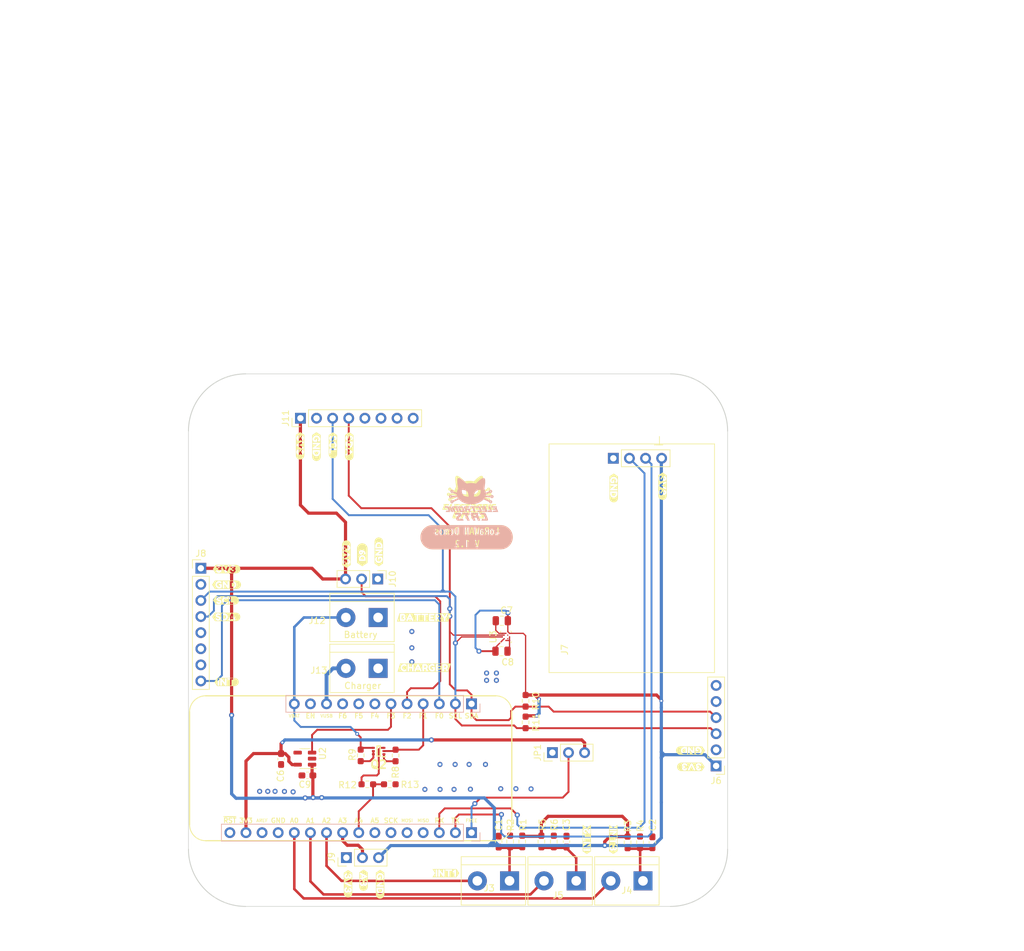
<source format=kicad_pcb>
(kicad_pcb (version 20211014) (generator pcbnew)
  (layers (0 "F.Cu" signal) (31 "B.Cu" signal) (34 "B.Paste" user) (35 "F.Paste" user) (36 "B.SilkS" user "B.Silkscreen") (37 "F.SilkS" user "F.Silkscreen") (38 "B.Mask" user) (39 "F.Mask" user) (44 "Edge.Cuts" user))
  (net 0 "")
  (net 1 "/IN+")
  (net 6 "/A4")
  (net 7 "/A3")
  (net 8 "/IN3+")
  (net 9 "/IN2+")
  (net 10 "GND")
  (net 11 "/IN-")
  (net 12 "+3V3")
  (net 14 "/BOOT")
  (net 15 "/RST")
  (net 16 "/D10")
  (net 17 "/D11")
  (net 18 "/IN3-")
  (net 19 "/IN2-")
  (net 22 "/D13")
  (net 26 "VBUS")
  (net 27 "+BATT")
  (net 28 "/SCL")
  (net 29 "/SDA")
  (net 30 "/RX")
  (net 31 "/TX")
  (net 32 "/INT")
  (net 33 "/D9")
  (net 34 "/EN")
  (net 38 "+3.3VP")
  (net 39 "/D12")
  (net 40 "Net-(Q2-Pad5)")
  (net 41 "Net-(Q2-Pad3)")
  (net 42 "/VCC_EN")
  (footprint "kibuzzard-61FC2F42" (layer "F.Cu") (at 112 83.9 -90)
    (fp_text reference "kibuzzard-61FC2F42" hide)
    (fp_text value "G***" hide)
  )
  (footprint "Capacitor_SMD:C_0805_2012Metric" (layer "F.Cu") (at 143.8 111.5 180)
    (fp_text reference "C7")
    (fp_text value "100nF")
  )
  (footprint "Resistor_SMD:R_0603_1608Metric_Pad0.98x0.95mm_HandSolder" (layer "F.Cu") (at 147.5486 124.1298 90)
    (fp_text reference "R10")
    (fp_text value "4.7K")
  )
  (footprint "Resistor_SMD:R_0603_1608Metric_Pad0.98x0.95mm_HandSolder" (layer "F.Cu") (at 145.11 146.31 90)
    (fp_text reference "R2")
    (fp_text value "10K")
  )
  (footprint "Capacitor_SMD:C_0603_1608Metric_Pad1.08x0.95mm_HandSolder" (layer "F.Cu") (at 113.15 135.9 180)
    (fp_text reference "C9")
    (fp_text value "0.1 uF")
  )
  (footprint "Resistor_SMD:R_0603_1608Metric_Pad0.98x0.95mm_HandSolder" (layer "F.Cu") (at 126.1375 137.3)
    (fp_text reference "R13")
    (fp_text value "180k")
  )
  (footprint "Connector_PinHeader_2.54mm:PinHeader_1x03_P2.54mm_Vertical" (layer "F.Cu") (at 119.2934 148.8694 90)
    (fp_text reference "J9")
    (fp_text value "Maxsonar")
  )
  (footprint "kibuzzard-61FC2F50" (layer "F.Cu") (at 114.575 84.025 -90)
    (fp_text reference "kibuzzard-61FC2F50" hide)
    (fp_text value "G***" hide)
  )
  (footprint "kibuzzard-61FC2F50" (layer "F.Cu") (at 161.4424 90.551 -90)
    (fp_text reference "kibuzzard-61FC2F50" hide)
    (fp_text value "G***" hide)
  )
  (footprint "kibuzzard-61FC2E76" (layer "F.Cu") (at 124.6124 153.0604 -90)
    (fp_text reference "kibuzzard-61FC2E76" hide)
    (fp_text value "G***" hide)
  )
  (footprint "kibuzzard-61FC30A8" (layer "F.Cu") (at 117.175 83.825 -90)
    (fp_text reference "kibuzzard-61FC30A8" hide)
    (fp_text value "G***" hide)
  )
  (footprint "Aesthetics:electronic_cats_logo_8x6" (layer "F.Cu") (at 138.6586 91.9988)
    (fp_text reference "G***" hide)
    (fp_text value "LOGO" hide)
  )
  (footprint "kibuzzard-61FC2E8E" (layer "F.Cu") (at 121.9962 152.4254 -90)
    (fp_text reference "kibuzzard-61FC2E8E" hide)
    (fp_text value "G***" hide)
  )
  (footprint "kibuzzard-61FC3113" (layer "F.Cu") (at 157.2 146 90)
    (fp_text reference "kibuzzard-61FC3113" hide)
    (fp_text value "G***" hide)
  )
  (footprint "Resistor_SMD:R_0603_1608Metric_Pad0.98x0.95mm_HandSolder" (layer "F.Cu") (at 163.63 146.46 -90)
    (fp_text reference "R3")
    (fp_text value "10K")
  )
  (footprint "kibuzzard-61FC2F50" (layer "F.Cu") (at 124.4092 100.6348 90)
    (fp_text reference "kibuzzard-61FC2F50" hide)
    (fp_text value "G***" hide)
  )
  (footprint "Package_CSP:WLCSP-12_1.56x1.56mm_P0.4mm" (layer "F.Cu") (at 144.45 114.05 90)
    (fp_text reference "U3")
    (fp_text value "BMM150")
  )
  (footprint "MountingHole:MountingHole_3.2mm_M3" (layer "F.Cu") (at 172.9 79.06)
    (fp_text reference "REF**")
    (fp_text value "MountingHole_3.2mm_M3")
  )
  (footprint "TerminalBlock:TerminalBlock_bornier-2_P5.08mm" (layer "F.Cu") (at 166.06 152.53 180)
    (fp_text reference "J4")
    (fp_text value "Singnal_IN")
  )
  (footprint "Capacitor_SMD:C_0603_1608Metric_Pad1.08x0.95mm_HandSolder" (layer "F.Cu") (at 154 146.34 90)
    (fp_text reference "C3")
    (fp_text value "0.1nF")
  )
  (footprint "kibuzzard-61FC2ED7" (layer "F.Cu") (at 131.572 118.8974)
    (fp_text reference "kibuzzard-61FC2ED7" hide)
    (fp_text value "G***" hide)
  )
  (footprint "kibuzzard-61FC2F42" (layer "F.Cu") (at 173.609 134.5438 180)
    (fp_text reference "kibuzzard-61FC2F42" hide)
    (fp_text value "G***" hide)
  )
  (footprint "MountingHole:MountingHole_3.2mm_M3" (layer "F.Cu") (at 172.9 150.06)
    (fp_text reference "REF**")
    (fp_text value "MountingHole_3.2mm_M3")
  )
  (footprint "TerminalBlock:TerminalBlock_bornier-2_P5.08mm" (layer "F.Cu") (at 145.02 152.53 180)
    (fp_text reference "J3")
    (fp_text value "Singnal_IN")
  )
  (footprint "kibuzzard-61FC2EA4" (layer "F.Cu") (at 119.5578 152.9842 -90)
    (fp_text reference "kibuzzard-61FC2EA4" hide)
    (fp_text value "G***" hide)
  )
  (footprint "Resistor_SMD:R_0603_1608Metric_Pad0.98x0.95mm_HandSolder" (layer "F.Cu") (at 122.6 137.3)
    (fp_text reference "R12")
    (fp_text value "1M5")
  )
  (footprint "Resistor_SMD:R_0603_1608Metric_Pad0.98x0.95mm_HandSolder" (layer "F.Cu") (at 150.04 146.32 -90)
    (fp_text reference "R5")
    (fp_text value "10K")
  )
  (footprint "Resistor_SMD:R_0603_1608Metric_Pad0.98x0.95mm_HandSolder" (layer "F.Cu") (at 147.5486 127.5334 90)
    (fp_text reference "R11")
    (fp_text value "4.7K")
  )
  (footprint "kibuzzard-61FC30F1" (layer "F.Cu") (at 161.375 146 -90)
    (fp_text reference "kibuzzard-61FC30F1" hide)
    (fp_text value "G***" hide)
  )
  (footprint "kibuzzard-61FC2F42" (layer "F.Cu") (at 100.4062 103.3526)
    (fp_text reference "kibuzzard-61FC2F42" hide)
    (fp_text value "G***" hide)
  )
  (footprint "TerminalBlock:TerminalBlock_bornier-2_P5.08mm" (layer "F.Cu") (at 124.3 110.99 180)
    (fp_text reference "J12")
    (fp_text value "Battery")
  )
  (footprint "MountingHole:MountingHole_3.2mm_M3" (layer "F.Cu") (at 100.9 79.06)
    (fp_text reference "REF**")
    (fp_text value "MountingHole_3.2mm_M3")
  )
  (footprint "Resistor_SMD:R_0603_1608Metric_Pad0.98x0.95mm_HandSolder" (layer "F.Cu") (at 147.02 146.31 -90)
    (fp_text reference "R1")
    (fp_text value "10K")
  )
  (footprint "Package_TO_SOT_SMD:SOT-23-5" (layer "F.Cu") (at 112.75 133.25 180)
    (fp_text reference "U2")
    (fp_text value "TCK106AF")
  )
  (footprint "Connector_PinHeader_2.54mm:PinHeader_1x08_P2.54mm_Vertical" (layer "F.Cu") (at 96.35 103.22)
    (fp_text reference "J8")
    (fp_text value "MPU")
  )
  (footprint "Capacitor_SMD:C_0603_1608Metric_Pad1.08x0.95mm_HandSolder" (layer "F.Cu") (at 167.54 146.45 90)
    (fp_text reference "C2")
    (fp_text value "0.1nF")
  )
  (footprint "Connector_PinHeader_2.54mm:PinHeader_1x04_P2.54mm_Vertical" (layer "F.Cu") (at 156.04 116.08 90)
    (fp_text reference "J7")
    (fp_text value "GPS")
  )
  (footprint "Connector_PinHeader_2.54mm:PinHeader_1x06_P2.54mm_Vertical" (layer "F.Cu") (at 177.59 134.4 180)
    (fp_text reference "J6")
    (fp_text value "BME280")
  )
  (footprint "MountingHole:MountingHole_3.2mm_M3" (layer "F.Cu") (at 100.9 150.06)
    (fp_text reference "REF**")
    (fp_text value "MountingHole_3.2mm_M3")
  )
  (footprint "Resistor_SMD:R_0603_1608Metric_Pad0.98x0.95mm_HandSolder" (layer "F.Cu") (at 165.59 146.44 90)
    (fp_text reference "R4")
    (fp_text value "10K")
  )
  (footprint "Resistor_SMD:R_0603_1608Metric_Pad0.98x0.95mm_HandSolder" (layer "F.Cu") (at 152 146.32 90)
    (fp_text reference "R6")
    (fp_text value "10K")
  )
  (footprint "kibuzzard-61FC2F42" (layer "F.Cu") (at 119.3038 100.9904 90)
    (fp_text reference "kibuzzard-61FC2F42" hide)
    (fp_text value "G***" hide)
  )
  (footprint "kibuzzard-61FC2F50" (layer "F.Cu") (at 100.4062 105.8164)
    (fp_text reference "kibuzzard-61FC2F50" hide)
    (fp_text value "G***" hide)
  )
  (footprint "TerminalBlock:TerminalBlock_bornier-2_P5.08mm" (layer "F.Cu") (at 124.3 119.01 180)
    (fp_text reference "J13")
    (fp_text value "Charger")
  )
  (footprint "kibuzzard-62DACF23" (layer "F.Cu") (at 121.8 101.1 90)
    (fp_text reference "kibuzzard-62DACF23" hide)
    (fp_text value "G***" hide)
  )
  (footprint "Connector_PinHeader_2.54mm:PinHeader_1x08_P2.54mm_Vertical" (layer "F.Cu") (at 112.05 79.55 90)
    (fp_text reference "J11")
    (fp_text value "CJMCU 811")
  )
  (footprint "Resistor_SMD:R_0603_1608Metric_Pad0.98x0.95mm_HandSolder" (layer "F.Cu") (at 121.55 132.7375 -90)
    (fp_text reference "R9")
    (fp_text value "1M")
  )
  (footprint "Resistor_SMD:R_0603_1608Metric_Pad0.98x0.95mm_HandSolder" (layer "F.Cu") (at 127.05 132.75 -90)
    (fp_text reference "R8")
    (fp_text value "1M")
  )
  (footprint "Capacitor_SMD:C_0603_1608Metric_Pad1.08x0.95mm_HandSolder" (layer "F.Cu") (at 109 133.3125 -90)
    (fp_text reference "C6")
    (fp_text value "10uF")
  )
  (footprint "Capacitor_SMD:C_0805_2012Metric" (layer "F.Cu") (at 143.75 116.3)
    (fp_text reference "C8")
    (fp_text value "100nF")
  )
  (footprint "kibuzzard-61FC2EC7" (layer "F.Cu") (at 131.5212 110.9726)
    (fp_text reference "kibuzzard-61FC2EC7" hide)
    (fp_text value "G***" hide)
  )
  (footprint "Connector_PinHeader_2.54mm:PinHeader_1x03_P2.54mm_Vertical" (layer "F.Cu") (at 124.24 104.91 -90)
    (fp_text reference "J10")
    (fp_text value "DS18B20")
  )
  (footprint "kibuzzard-61FC3098" (layer "F.Cu") (at 119.75 83.975 -90)
    (fp_text reference "kibuzzard-61FC3098" hide)
    (fp_text value "G***" hide)
  )
  (footprint "kibuzzard-62DEB85D" (layer "F.Cu") (at 138.2522 98.3234)
    (fp_text reference "kibuzzard-62DEB85D" hide)
    (fp_text value "G***" hide)
  )
  (footprint "kibuzzard-61FC2F50" (layer "F.Cu") (at 173.5582 131.9784 180)
    (fp_text reference "kibuzzard-61FC2F50" hide)
    (fp_text value "G***" hide)
  )
  (footprint "SSM6L56FE:SOTFL50P160X60-6N" (layer "F.Cu") (at 124.382 132.05 180)
    (fp_text reference "Q2")
    (fp_text value "SSM6L56FE" hide)
  )
  (footprint "TerminalBlock:TerminalBlock_bornier-2_P5.08mm" (layer "F.Cu") (at 155.53 152.53 180)
    (fp_text reference "J5")
    (fp_text value "Singnal_IN")
  )
  (footprint "kibuzzard-61FC30A8" (layer "F.Cu") (at 100.3046 108.2802)
    (fp_text reference "kibuzzard-61FC30A8" hide)
    (fp_text value "G***" hide)
  )
  (footprint "Capacitor_SMD:C_0603_1608Metric_Pad1.08x0.95mm_HandSolder" (layer "F.Cu") (at 143.31 146.34 90)
    (fp_text reference "C1")
    (fp_text value "0.1nF")
  )
  (footprint "kibuzzard-61FC30FD" (layer "F.Cu") (at 134.9756 151.3078)
    (fp_text reference "kibuzzard-61FC30FD" hide)
    (fp_text value "G***" hide)
  )
  (footprint "kibuzzard-61FC30B6" (layer "F.Cu") (at 100.4062 121.158)
    (fp_text reference "kibuzzard-61FC30B6" hide)
    (fp_text value "G***" hide)
  )
  (footprint "Connector_PinHeader_2.54mm:PinHeader_1x03_P2.54mm_Vertical" (layer "F.Cu") (at 151.775 132.3 90)
    (fp_text reference "JP1")
    (fp_text value "BOOT")
  )
  (footprint "kibuzzard-61FC2F42" (layer "F.Cu") (at 169.1386 90.2716 -90)
    (fp_text reference "kibuzzard-61FC2F42" hide)
    (fp_text value "G***" hide)
  )
  (footprint "kibuzzard-61FC3098" (layer "F.Cu") (at 100.3554 110.8964)
    (fp_text reference "kibuzzard-61FC3098" hide)
    (fp_text value "G***" hide)
  )
  (footprint "Connector_PinHeader_2.54mm:PinHeader_1x16_P2.54mm_Vertical" (layer "B.Cu") (at 139.026051 144.926051 90)
    (fp_text reference "J1" hide)
    (fp_text value "feather long" hide)
  )
  (footprint "kibuzzard-62DEB877" (layer "B.Cu") (at 138.2522 98.3234 180)
    (fp_text reference "kibuzzard-62DEB877" hide)
    (fp_text value "G***" hide)
  )
  (footprint "Connector_PinHeader_2.54mm:PinHeader_1x12_P2.54mm_Vertical" (layer "B.Cu") (at 139.026051 124.606051 90)
    (fp_text reference "J2" hide)
    (fp_text value "feather short" hide)
  )
  (footprint "Aesthetics:electronic_cats_logo_8x6" (layer "B.Cu") (at 138.9888 92.3544 180)
    (fp_text reference "G***" hide)
    (fp_text value "LOGO" hide)
  )
  (gr_arc (start 97.116051 146.196051) (mid 95.32 145.452102) (end 94.576051 143.656051) (layer "F.SilkS") (width 0.15))
  (gr_arc (start 142.836051 123.336051) (mid 144.632102 124.08) (end 145.376051 125.876051) (layer "F.SilkS") (width 0.15))
  (gr_line (start 94.576051 143.656051) (end 94.576051 125.876051) (layer "F.SilkS") (width 0.2))
  (gr_line (start 142.836051 146.196051) (end 97.116051 146.196051) (layer "F.SilkS") (width 0.2))
  (gr_line (start 145.376051 125.876051) (end 145.376051 143.656051) (layer "F.SilkS") (width 0.2))
  (gr_arc (start 94.576051 125.876051) (mid 95.32 124.08) (end 97.116051 123.336051) (layer "F.SilkS") (width 0.15))
  (gr_arc (start 145.376051 143.656051) (mid 144.632102 145.452102) (end 142.836051 146.196051) (layer "F.SilkS") (width 0.15))
  (gr_line (start 97.116051 123.336051) (end 142.836051 123.336051) (layer "F.SilkS") (width 0.2))
  (gr_line (start 179.4 81.56) (end 179.4 147.56) (layer "Edge.Cuts") (width 0.1))
  (gr_arc (start 94.4 81.56) (mid 97.036039 75.196039) (end 103.4 72.56) (layer "Edge.Cuts") (width 0.15))
  (gr_line (start 103.4 72.56) (end 170.4 72.56) (layer "Edge.Cuts") (width 0.1))
  (gr_line (start 94.4 147.56) (end 94.4 81.56) (layer "Edge.Cuts") (width 0.1))
  (gr_arc (start 103.4 156.56) (mid 97.036039 153.923961) (end 94.4 147.56) (layer "Edge.Cuts") (width 0.15))
  (gr_arc (start 170.4 72.56) (mid 176.763961 75.196039) (end 179.4 81.56) (layer "Edge.Cuts") (width 0.15))
  (gr_arc (start 179.4 147.56) (mid 176.763961 153.923961) (end 170.4 156.56) (layer "Edge.Cuts") (width 0.15))
  (gr_line (start 170.4 156.56) (end 103.4 156.56) (layer "Edge.Cuts") (width 0.1))
  (gr_text "MISO" (at 131.406051 143.021051) (layer "F.SilkS") (effects (font (size 0.5 0.5) (thickness 0.1))))
  (gr_text "A1" (at 113.626051 143.021051) (layer "F.SilkS") (effects (font (size 0.75 0.75))))
  (gr_text "FREE" (at 139.026051 143.021051) (layer "F.SilkS") (effects (font (size 0.5 0.5) (thickness 0.1))))
  (gr_text "SDA" (at 139.026051 126.511051) (layer "F.SilkS") (effects (font (size 0.75 0.75))))
  (gr_text "A0" (at 111.086051 143.021051) (layer "F.SilkS") (effects (font (size 0.75 0.75))))
  (gr_text "SCL" (at 136.486051 126.511051) (layer "F.SilkS") (effects (font (size 0.75 0.75))))
  (gr_text "F2" (at 128.866051 126.511051) (layer "F.SilkS") (effects (font (size 0.75 0.75))))
  (gr_text "VUSB" (at 116.166051 126.511051) (layer "F.SilkS") (effects (font (size 0.5 0.5) (thickness 0.1))))
  (gr_text "VBAT" (at 111.086051 126.511051) (layer "F.SilkS") (effects (font (size 0.5 0.5) (thickness 0.1))))
  (gr_text "MOSI" (at 128.866051 143.021051) (layer "F.SilkS") (effects (font (size 0.5 0.5) (thickness 0.1))))
  (gr_text "AREF" (at 106.006051 143.021051) (layer "F.SilkS") (effects (font (size 0.5 0.5) (thickness 0.1))))
  (gr_text "F6" (at 118.706051 126.511051) (layer "F.SilkS") (effects (font (size 0.75 0.75))))
  (gr_text "F0" (at 133.946051 126.511051) (layer "F.SilkS") (effects (font (size 0.75 0.75))))
  (gr_text "GND" (at 108.546051 143.021051) (layer "F.SilkS") (effects (font (size 0.75 0.75))))
  (gr_text "SCK" (at 126.326051 143.021051) (layer "F.SilkS") (effects (font (size 0.75 0.75))))
  (gr_text "RX" (at 133.946051 143.021051) (layer "F.SilkS") (effects (font (size 0.75 0.75))))
  (gr_text "3V3" (at 103.466051 143.021051) (layer "F.SilkS") (effects (font (size 0.75 0.75))))
  (gr_text "A4" (at 121.246051 143.021051) (layer "F.SilkS") (effects (font (size 0.75 0.75))))
  (gr_text "A2" (at 116.166051 143.021051) (layer "F.SilkS") (effects (font (size 0.75 0.75))))
  (gr_text "A5" (at 123.786051 143.021051) (layer "F.SilkS") (effects (font (size 0.75 0.75))))
  (gr_text "~{RST}" (at 100.926051 143.021051) (layer "F.SilkS") (effects (font (size 0.75 0.75))))
  (gr_text "A3" (at 118.706051 143.021051) (layer "F.SilkS") (effects (font (size 0.75 0.75))))
  (gr_text "F4" (at 123.786051 126.511051) (layer "F.SilkS") (effects (font (size 0.75 0.75))))
  (gr_text "F3" (at 126.326051 126.511051) (layer "F.SilkS") (effects (font (size 0.75 0.75))))
  (gr_text "EN" (at 113.626051 126.511051) (layer "F.SilkS") (effects (font (size 0.75 0.75))))
  (gr_text "F5" (at 121.246051 126.511051) (layer "F.SilkS") (effects (font (size 0.75 0.75))))
  (gr_text "TX" (at 136.486051 143.021051) (layer "F.SilkS") (effects (font (size 0.75 0.75))))
  (gr_text "F1" (at 131.406051 126.511051) (layer "F.SilkS") (effects (font (size 0.75 0.75))))
  (segment (start 147.02 147.31) (end 145.11 147.31) (width 0.4) (layer "F.Cu") (net 1))
  (segment (start 143.12 147.3175) (end 145.1025 147.3175) (width 0.4) (layer "F.Cu") (net 1))
  (segment (start 145.1025 147.3175) (end 145.11 147.31) (width 0.4) (layer "F.Cu") (net 1))
  (segment (start 145.11 147.31) (end 145.02 147.4) (width 0.4) (layer "F.Cu") (net 1))
  (segment (start 145.02 147.4) (end 145.02 152.53) (width 0.4) (layer "F.Cu") (net 1))
  (segment (start 121.246051 144.926051) (end 121.246051 141.553949) (width 0.3) (layer "F.Cu") (net 6))
  (segment (start 123.5 139.3) (end 123.5 137.3125) (width 0.3) (layer "F.Cu") (net 6))
  (segment (start 121.246051 141.553949) (end 123.5 139.3) (width 0.3) (layer "F.Cu") (net 6))
  (segment (start 123.5125 137.3) (end 125.225 137.3) (width 0.3) (layer "F.Cu") (net 6))
  (segment (start 123.5 137.3125) (end 123.5125 137.3) (width 0.3) (layer "F.Cu") (net 6))
  (segment (start 118.706051 146.188851) (end 118.706051 144.926051) (width 0.5) (layer "F.Cu") (net 7))
  (segment (start 119.4308 146.9136) (end 118.706051 146.188851) (width 0.5) (layer "F.Cu") (net 7))
  (segment (start 121.8334 148.8694) (end 121.8334 147.589) (width 0.5) (layer "F.Cu") (net 7))
  (segment (start 121.158 146.9136) (end 119.4308 146.9136) (width 0.5) (layer "F.Cu") (net 7))
  (segment (start 121.8334 147.589) (end 121.158 146.9136) (width 0.5) (layer "F.Cu") (net 7))
  (segment (start 165.6375 147.4875) (end 165.59 147.44) (width 0.4) (layer "F.Cu") (net 8))
  (segment (start 166.06 152.53) (end 165.61 152.08) (width 0.4) (layer "F.Cu") (net 8))
  (segment (start 165.61 152.08) (end 165.61 147.46) (width 0.4) (layer "F.Cu") (net 8))
  (segment (start 167.54 147.4875) (end 165.6375 147.4875) (width 0.4) (layer "F.Cu") (net 8))
  (segment (start 165.57 147.46) (end 165.59 147.44) (width 0.4) (layer "F.Cu") (net 8))
  (segment (start 165.61 147.46) (end 165.59 147.44) (width 0.4) (layer "F.Cu") (net 8))
  (segment (start 163.63 147.46) (end 165.57 147.46) (width 0.4) (layer "F.Cu") (net 8))
  (segment (start 155.53 152.53) (end 155.53 148.9075) (width 0.4) (layer "F.Cu") (net 9))
  (segment (start 150.04 147.32) (end 152 147.32) (width 0.4) (layer "F.Cu") (net 9))
  (segment (start 153.9425 147.32) (end 154 147.3775) (width 0.4) (layer "F.Cu") (net 9))
  (segment (start 152 147.32) (end 153.9425 147.32) (width 0.4) (layer "F.Cu") (net 9))
  (segment (start 155.53 148.9075) (end 154 147.3775) (width 0.4) (layer "F.Cu") (net 9))
  (segment (start 125.5625 133.6625) (end 127.05 133.6625) (width 0.3) (layer "F.Cu") (net 10))
  (segment (start 145.016 114.616) (end 145.016 115.984) (width 0.2) (layer "F.Cu") (net 10))
  (segment (start 125.214 132.55) (end 125.214 133.314) (width 0.3) (layer "F.Cu") (net 10))
  (segment (start 144.45 113.484) (end 143.884 113.484) (width 0.2) (layer "F.Cu") (net 10))
  (segment (start 145.016 114.05) (end 145.016 114.616) (width 0.2) (layer "F.Cu") (net 10))
  (segment (start 144.45 114.616) (end 145.016 114.616) (width 0.2) (layer "F.Cu") (net 10))
  (segment (start 125.214 133.314) (end 125.5625 133.6625) (width 0.3) (layer "F.Cu") (net 10))
  (segment (start 145.016 115.984) (end 144.7 116.3) (width 0.2) (layer "F.Cu") (net 10))
  (segment (start 143.884 113.484) (end 143.334 113.484) (width 0.2) (layer "F.Cu") (net 10))
  (segment (start 143.334 113.484) (end 142.85 113) (width 0.2) (layer "F.Cu") (net 10))
  (segment (start 142.85 113) (end 142.85 111.5) (width 0.2) (layer "F.Cu") (net 10))
  (via (at 141.4 120.9) (size 0.8) (drill 0.4) (layers "F.Cu" "B.Cu") (net 10))
  (via (at 146.020968 137.9982) (size 0.8) (drill 0.4) (layers "F.Cu" "B.Cu") (net 10))
  (via (at 142.95 119.75) (size 0.8) (drill 0.4) (layers "F.Cu" "B.Cu") (net 10))
  (via (at 131.6736 138.0998) (size 0.8) (drill 0.4) (layers "F.Cu" "B.Cu") (net 10))
  (via (at 105.62 138.41) (size 0.8) (drill 0.4) (layers "F.Cu" "B.Cu") (net 10))
  (via (at 109.53 138.43) (size 0.8) (drill 0.4) (layers "F.Cu" "B.Cu") (net 10))
  (via (at 136.441544 134.1628) (size 0.8) (drill 0.4) (layers "F.Cu" "B.Cu") (net 10))
  (via (at 106.9 138.41) (size 0.8) (drill 0.4) (layers "F.Cu" "B.Cu") (net 10))
  (via (at 136.271 138.0998) (size 0.8) (drill 0.4) (layers "F.Cu" "B.Cu") (net 10))
  (via (at 141.224 134.1628) (size 0.8) (drill 0.4) (layers "F.Cu" "B.Cu") (net 10))
  (via (at 143.62974 137.9982) (size 0.8) (drill 0.4) (layers "F.Cu" "B.Cu") (net 10))
  (via (at 108.05 138.41) (size 0.8) (drill 0.4) (layers "F.Cu" "B.Cu") (net 10))
  (via (at 142.95 120.9) (size 0.8) (drill 0.4) (layers "F.Cu" "B.Cu") (net 10))
  (via (at 141.4 119.75) (size 0.8) (drill 0.4) (layers "F.Cu" "B.Cu") (net 10))
  (via (at 134.064828 138.0998) (size 0.8) (drill 0.4) (layers "F.Cu" "B.Cu") (net 10))
  (via (at 110.9 138.49) (size 0.8) (drill 0.4) (layers "F.Cu" "B.Cu") (net 10))
  (via (at 138.647716 134.1628) (size 0.8) (drill 0.4) (layers "F.Cu" "B.Cu") (net 10))
  (via (at 129.6162 117.979372) (size 0.8) (drill 0.4) (layers "F.Cu" "B.Cu") (net 10))
  (via (at 129.6162 115.7732) (size 0.8) (drill 0.4) (layers "F.Cu" "B.Cu") (net 10))
  (via (at 134.050316 134.1628) (size 0.8) (drill 0.4) (layers "F.Cu" "B.Cu") (net 10))
  (via (at 129.6162 113.196916) (size 0.8) (drill 0.4) (layers "F.Cu" "B.Cu") (net 10))
  (via (at 138.847284 138.0744) (size 0.8) (drill 0.4) (layers "F.Cu" "B.Cu") (net 10))
  (via (at 148.4122 138.0236) (size 0.8) (drill 0.4) (layers "F.Cu" "B.Cu") (net 10))
  (segment (start 118.53 152.53) (end 116.166051 150.166051) (width 0.4) (layer "F.Cu") (net 11))
  (segment (start 116.166051 150.166051) (end 116.166051 144.926051) (width 0.4) (layer "F.Cu") (net 11))
  (segment (start 139.94 152.53) (end 118.53 152.53) (width 0.4) (layer "F.Cu") (net 11))
  (segment (start 110.225 133.025) (end 109.65 132.45) (width 0.5) (layer "F.Cu") (net 12))
  (segment (start 109.2 130.7) (end 109 130.9) (width 0.5) (layer "F.Cu") (net 12))
  (segment (start 109.65 132.45) (end 109 132.45) (width 0.5) (layer "F.Cu") (net 12))
  (segment (start 109 130.9) (end 109 132.45) (width 0.5) (layer "F.Cu") (net 12))
  (segment (start 110.225 133.675) (end 110.225 133.025) (width 0.5) (layer "F.Cu") (net 12))
  (segment (start 156.4 130.3) (end 156.855 130.755) (width 0.5) (layer "F.Cu") (net 12))
  (segment (start 111.6125 134.2) (end 110.75 134.2) (width 0.5) (layer "F.Cu") (net 12))
  (segment (start 132.7 130.3) (end 156.4 130.3) (width 0.5) (layer "F.Cu") (net 12))
  (segment (start 103.466051 133.633949) (end 103.466051 144.926051) (width 0.5) (layer "F.Cu") (net 12))
  (segment (start 156.855 130.755) (end 156.855 132.3) (width 0.5) (layer "F.Cu") (net 12))
  (segment (start 110.75 134.2) (end 110.225 133.675) (width 0.5) (layer "F.Cu") (net 12))
  (segment (start 109 132.45) (end 104.65 132.45) (width 0.5) (layer "F.Cu") (net 12))
  (segment (start 104.65 132.45) (end 103.466051 133.633949) (width 0.5) (layer "F.Cu") (net 12))
  (via (at 109.2 130.7) (size 0.6) (drill 0.3) (layers "F.Cu" "B.Cu") (net 12))
  (via (at 132.7 130.3) (size 0.8) (drill 0.4) (layers "F.Cu" "B.Cu") (net 12))
  (segment (start 109.6 130.3) (end 109.2 130.7) (width 0.5) (layer "B.Cu") (net 12))
  (segment (start 132.7 130.3) (end 109.6 130.3) (width 0.5) (layer "B.Cu") (net 12))
  (segment (start 139.55 140.35) (end 140.5 139.4) (width 0.3) (layer "F.Cu") (net 14))
  (segment (start 140.5 139.4) (end 153.4 139.4) (width 0.3) (layer "F.Cu") (net 14))
  (segment (start 153.4 139.4) (end 154.315 138.485) (width 0.3) (layer "F.Cu") (net 14))
  (segment (start 154.315 138.485) (end 154.315 132.3) (width 0.3) (layer "F.Cu") (net 14))
  (via (at 139.55 140.35) (size 0.8) (drill 0.4) (layers "F.Cu" "B.Cu") (net 14))
  (segment (start 139.026051 144.926051) (end 139.026051 140.873949) (width 0.3) (layer "B.Cu") (net 14))
  (segment (start 139.026051 140.873949) (end 139.55 140.35) (width 0.3) (layer "B.Cu") (net 14))
  (segment (start 131.406051 131.143949) (end 131.406051 124.606051) (width 0.3) (layer "F.Cu") (net 16))
  (segment (start 125.214 132.05) (end 126.8375 132.05) (width 0.3) (layer "F.Cu") (net 16))
  (segment (start 126.8375 132.05) (end 127.05 131.8375) (width 0.3) (layer "F.Cu") (net 16))
  (segment (start 127.05 131.8375) (end 130.7125 131.8375) (width 0.3) (layer "F.Cu") (net 16))
  (segment (start 130.7125 131.8375) (end 131.406051 131.143949) (width 0.3) (layer "F.Cu") (net 16))
  (segment (start 112.57 155.3) (end 111.086051 153.816051) (width 0.4) (layer "F.Cu") (net 18))
  (segment (start 158.21 155.3) (end 112.57 155.3) (width 0.4) (layer "F.Cu") (net 18))
  (segment (start 160.98 152.53) (end 158.21 155.3) (width 0.4) (layer "F.Cu") (net 18))
  (segment (start 111.086051 153.816051) (end 111.086051 144.926051) (width 0.4) (layer "F.Cu") (net 18))
  (segment (start 148.31 154.67) (end 115.69 154.67) (width 0.4) (layer "F.Cu") (net 19))
  (segment (start 113.626051 152.606051) (end 113.626051 144.926051) (width 0.4) (layer "F.Cu") (net 19))
  (segment (start 150.45 152.53) (end 148.31 154.67) (width 0.4) (layer "F.Cu") (net 19))
  (segment (start 115.69 154.67) (end 113.626051 152.606051) (width 0.4) (layer "F.Cu") (net 19))
  (segment (start 119.22 119.01) (end 117.18 119.01) (width 0.6) (layer "B.Cu") (net 26))
  (segment (start 117.18 119.01) (end 116.166051 120.023949) (width 0.6) (layer "B.Cu") (net 26))
  (segment (start 116.166051 120.023949) (end 116.166051 124.606051) (width 0.6) (layer "B.Cu") (net 26))
  (segment (start 121.825 131.55) (end 121.55 131.825) (width 0.3) (layer "F.Cu") (net 27))
  (segment (start 123.55 131.55) (end 121.825 131.55) (width 0.3) (layer "F.Cu") (net 27))
  (segment (start 121.55 131.825) (end 121.55 129.9) (width 0.3) (layer "F.Cu") (net 27))
  (segment (start 121.55 129.9) (end 121 129.35) (width 0.3) (layer "F.Cu") (net 27))
  (via (at 121 129.35) (size 0.6) (drill 0.3) (layers "F.Cu" "B.Cu") (net 27))
  (segment (start 111.086051 127.236051) (end 111.086051 124.606051) (width 0.3) (layer "B.Cu") (net 27))
  (segment (start 119.95 128.25) (end 112.1 128.25) (width 0.3) (layer "B.Cu") (net 27))
  (segment (start 121 129.3) (end 119.95 128.25) (width 0.3) (layer "B.Cu") (net 27))
  (segment (start 112.1 128.25) (end 111.086051 127.236051) (width 0.3) (layer "B.Cu") (net 27))
  (segment (start 111.086051 124.606051) (end 111.086051 112.493949) (width 0.4) (layer "B.Cu") (net 27))
  (segment (start 111.086051 112.493949) (end 112.59 110.99) (width 0.4) (layer "B.Cu") (net 27))
  (segment (start 121 129.35) (end 121 129.3) (width 0.3) (layer "B.Cu") (net 27))
  (segment (start 112.59 110.99) (end 119.22 110.99) (width 0.4) (layer "B.Cu") (net 27))
  (segment (start 145.7452 128.016) (end 137.4902 128.016) (width 0.3) (layer "F.Cu") (net 28))
  (segment (start 146.1751 128.4459) (end 145.7452 128.016) (width 0.3) (layer "F.Cu") (net 28))
  (segment (start 137.4902 128.016) (end 136.486051 127.011851) (width 0.3) (layer "F.Cu") (net 28))
  (segment (start 143.884 114.05) (end 137.45 114.05) (width 0.2) (layer "F.Cu") (net 28))
  (segment (start 176.72 128.45) (end 177.59 129.32) (width 0.3) (layer "F.Cu") (net 28))
  (segment (start 147.5527 128.45) (end 176.72 128.45) (width 0.3) (layer "F.Cu") (net 28))
  (segment (start 147.5486 128.4459) (end 146.1751 128.4459) (width 0.3) (layer "F.Cu") (net 28))
  (segment (start 137.45 114.05) (end 136.486051 115.013949) (width 0.2) (layer "F.Cu") (net 28))
  (segment (start 136.486051 127.011851) (end 136.486051 124.606051) (width 0.3) (layer "F.Cu") (net 28))
  (segment (start 147.5486 128.4459) (end 147.5527 128.45) (width 0.3) (layer "F.Cu") (net 28))
  (via (at 136.486051 115.013949) (size 0.8) (drill 0.4) (layers "F.Cu" "B.Cu") (net 28))
  (segment (start 136.486051 115.013949) (end 136.486051 107.686051) (width 0.3) (layer "B.Cu") (net 28))
  (segment (start 134.2 106.9) (end 134.1 106.9) (width 0.3) (layer "B.Cu") (net 28))
  (segment (start 134.8 106.9) (end 134.95 106.9) (width 0.3) (layer "B.Cu") (net 28))
  (segment (start 134.5 106.9) (end 134.1 106.9) (width 0.3) (layer "B.Cu") (net 28))
  (segment (start 119.7 94.85) (end 132.25 94.85) (width 0.3) (layer "B.Cu") (net 28))
  (segment (start 134.5 106.6) (end 134.5 106.9) (width 0.3) (layer "B.Cu") (net 28))
  (segment (start 117.13 92.28) (end 119.7 94.85) (width 0.3) (layer "B.Cu") (net 28))
  (segment (start 134.5 106.6) (end 134.8 106.9) (width 0.3) (layer "B.Cu") (net 28))
  (segment (start 135.7 106.9) (end 134.95 106.9) (width 0.3) (layer "B.Cu") (net 28))
  (segment (start 136.486051 107.686051) (end 135.7 106.9) (width 0.3) (layer "B.Cu") (net 28))
  (segment (start 134.5 106.6) (end 134.2 106.9) (width 0.3) (layer "B.Cu") (net 28))
  (segment (start 134.95 106.9) (end 134.5 106.9) (width 0.3) (layer "B.Cu") (net 28))
  (segment (start 134.1 106.9) (end 97.75 106.9) (width 0.3) (layer "B.Cu") (net 28))
  (segment (start 134.5 97.1) (end 134.5 106.6) (width 0.3) (layer "B.Cu") (net 28))
  (segment (start 132.25 94.85) (end 134.5 97.1) (width 0.3) (layer "B.Cu") (net 28))
  (segment (start 117.13 79.55) (end 117.13 92.28) (width 0.3) (layer "B.Cu") (net 28))
  (segment (start 97.75 106.9) (end 96.35 108.3) (width 0.3) (layer "B.Cu") (net 28))
  (segment (start 136.486051 124.606051) (end 136.486051 115.013949) (width 0.3) (layer "B.Cu") (net 28))
  (segment (start 151.1789 125.0423) (end 151.9682 125.8316) (width 0.3) (layer "F.Cu") (net 29))
  (segment (start 132.7 93.75) (end 135.6 96.65) (width 0.3) (layer "F.Cu") (net 29))
  (segment (start 147.5486 125.0423) (end 145.9503 125.0423) (width 0.3) (layer "F.Cu") (net 29))
  (segment (start 136.167 113.767) (end 135.6 113.2) (width 0.2) (layer "F.Cu") (net 29))
  (segment (start 138.34 122.49) (end 136.55 122.49) (width 0.3) (layer "F.Cu") (net 29))
  (segment (start 145.2626 126.7968) (end 144.8816 127.1778) (width 0.3) (layer "F.Cu") (net 29))
  (segment (start 135.6 113.2) (end 135.6 110.8) (width 0.2) (layer "F.Cu") (net 29))
  (segment (start 139.8016 127.1778) (end 139.026051 126.402251) (width 0.3) (layer "F.Cu") (net 29))
  (segment (start 145.9503 125.0423) (end 145.2626 125.73) (width 0.3) (layer "F.Cu") (net 29))
  (segment (start 121.65 93.75) (end 132.7 93.75) (width 0.3) (layer "F.Cu") (net 29))
  (segment (start 136.55 122.49) (end 135.6 121.54) (width 0.3) (layer "F.Cu") (net 29))
  (segment (start 144.8816 127.1778) (end 139.8016 127.1778) (width 0.3) (layer "F.Cu") (net 29))
  (segment (start 135.6 96.65) (end 135.6 110.8) (width 0.3) (layer "F.Cu") (net 29))
  (segment (start 139.026051 124.606051) (end 139.026051 123.176051) (width 0.3) (layer "F.Cu") (net 29))
  (segment (start 119.67 91.77) (end 121.65 93.75) (width 0.3) (layer "F.Cu") (net 29))
  (segment (start 145.2626 125.73) (end 145.2626 126.7968) (width 0.3) (layer "F.Cu") (net 29))
  (segment (start 135.6 121.54) (end 135.6 110.8) (width 0.3) (layer "F.Cu") (net 29))
  (segment (start 144.167 113.767) (end 136.167 113.767) (width 0.2) (layer "F.Cu") (net 29))
  (segment (start 139.026051 123.176051) (end 138.34 122.49) (width 0.3) (layer "F.Cu") (net 29))
  (segment (start 151.9682 125.8316) (end 176.6416 125.8316) (width 0.3) (layer "F.Cu") (net 29))
  (segment (start 147.5486 125.0423) (end 151.1789 125.0423) (width 0.3) (layer "F.Cu") (net 29))
  (segment (start 176.6416 125.8316) (end 177.59 126.78) (width 0.3) (layer "F.Cu") (net 29))
  (segment (start 119.67 79.55) (end 119.67 91.77) (width 0.3) (layer "F.Cu") (net 29))
  (segment (start 139.026051 126.402251) (end 139.026051 124.606051) (width 0.3) (layer "F.Cu") (net 29))
  (via (at 135.6 109.6) (size 0.8) (drill 0.4) (layers "F.Cu" "B.Cu") (net 29))
  (via (at 135.6 110.8) (size 0.8) (drill 0.4) (layers "F.Cu" "B.Cu") (net 29))
  (segment (start 135.6 109.6) (end 135.6 108.1) (width 0.3) (layer "B.Cu") (net 29))
  (segment (start 98.41 108.19) (end 98.41 109.93) (width 0.3) (layer "B.Cu") (net 29))
  (segment (start 97.5 110.84) (end 96.35 110.84) (width 0.3) (layer "B.Cu") (net 29))
  (segment (start 135.11 107.61) (end 98.99 107.61) (width 0.3) (layer "B.Cu") (net 29))
  (segment (start 98.41 109.93) (end 97.5 110.84) (width 0.3) (layer "B.Cu") (net 29))
  (segment (start 135.6 109.6) (end 135.6 110.8) (width 0.3) (layer "B.Cu") (net 29))
  (segment (start 135.6 108.1) (end 135.11 107.61) (width 0.3) (layer "B.Cu") (net 29))
  (segment (start 98.99 107.61) (end 98.41 108.19) (width 0.3) (layer "B.Cu") (net 29))
  (segment (start 134.8 141.1) (end 145.2 141.1) (width 0.3) (layer "F.Cu") (net 30))
  (segment (start 145.2 141.1) (end 146.24 142.14) (width 0.3) (layer "F.Cu") (net 30))
  (segment (start 133.946051 141.953949) (end 134.8 141.1) (width 0.3) (layer "F.Cu") (net 30))
  (segment (start 133.946051 144.926051) (end 133.946051 141.953949) (width 0.3) (layer "F.Cu") (net 30))
  (via (at 146.24 142.14) (size 0.8) (drill 0.4) (layers "F.Cu" "B.Cu") (net 30))
  (segment (start 166.3 143.3) (end 166.3 88.25) (width 0.3) (layer "B.Cu") (net 30))
  (segment (start 165.46 144.14) (end 166.3 143.3) (width 0.3) (layer "B.Cu") (net 30))
  (segment (start 146.74 144.14) (end 165.46 144.14) (width 0.3) (layer "B.Cu") (net 30))
  (segment (start 146.24 142.14) (end 146.24 143.64) (width 0.3) (layer "B.Cu") (net 30))
  (segment (start 146.24 143.64) (end 146.74 144.14) (width 0.3) (layer "B.Cu") (net 30))
  (segment (start 166.3 88.25) (end 163.92 85.87) (width 0.3) (layer "B.Cu") (net 30))
  (segment (start 136.486051 142.613949) (end 137.04 142.06) (width 0.3) (layer "F.Cu") (net 31))
  (segment (start 137.04 142.06) (end 143.74 142.06) (width 0.3) (layer "F.Cu") (net 31))
  (segment (start 136.486051 144.926051) (end 136.486051 142.613949) (width 0.3) (layer "F.Cu") (net 31))
  (via (at 143.74 142.06) (size 0.8) (drill 0.4) (layers "F.Cu" "B.Cu") (net 31))
  (segment (start 166.86 145.54) (end 167.4 145) (width 0.3) (layer "B.Cu") (net 31))
  (segment (start 167.4 145) (end 167.4 86.81) (width 0.3) (layer "B.Cu") (net 31))
  (segment (start 144.24 145.54) (end 166.86 145.54) (width 0.3) (layer "B.Cu") (net 31))
  (segment (start 143.7 145) (end 144.24 145.54) (width 0.3) (layer "B.Cu") (net 31))
  (segment (start 143.7 142.1) (end 143.7 145) (width 0.3) (layer "B.Cu") (net 31))
  (segment (start 167.4 86.81) (end 166.46 85.87) (width 0.3) (layer "B.Cu") (net 31))
  (segment (start 143.74 142.06) (end 143.7 142.1) (width 0.3) (layer "B.Cu") (net 31))
  (segment (start 99.67 120.12) (end 98.79 121) (width 0.3) (layer "B.Cu") (net 32))
  (segment (start 100.54 108.27) (end 99.67 109.14) (width 0.3) (layer "B.Cu") (net 32))
  (segment (start 98.79 121) (end 96.35 121) (width 0.3) (layer "B.Cu") (net 32))
  (segment (start 133.946051 124.606051) (end 133.946051 108.946051) (width 0.3) (layer "B.Cu") (net 32))
  (segment (start 99.67 109.14) (end 99.67 120.12) (width 0.3) (layer "B.Cu") (net 32))
  (segment (start 133.27 108.27) (end 100.54 108.27) (width 0.3) (layer "B.Cu") (net 32))
  (segment (start 133.946051 108.946051) (end 133.27 108.27) (width 0.3) (layer "B.Cu") (net 32))
  (segment (start 133.3 107.65) (end 134.09 108.44) (width 0.3) (layer "F.Cu") (net 33))
  (segment (start 122.35 107.65) (end 133.3 107.65) (width 0.3) (layer "F.Cu") (net 33))
  (segment (start 132.95 122.15) (end 129.45 122.15) (width 0.3) (layer "F.Cu") (net 33))
  (segment (start 121.7 107) (end 122.35 107.65) (width 0.3) (layer "F.Cu") (net 33))
  (segment (start 128.866051 122.733949) (end 128.866051 124.606051) (width 0.3) (layer "F.Cu") (net 33))
  (segment (start 121.7 104.91) (end 121.7 107) (width 0.3) (layer "F.Cu") (net 33))
  (segment (start 134.09 121.01) (end 132.95 122.15) (width 0.3) (layer "F.Cu") (net 33))
  (segment (start 134.09 108.44) (end 134.09 121.01) (width 0.3) (layer "F.Cu") (net 33))
  (segment (start 129.45 122.15) (end 128.866051 122.733949) (width 0.3) (layer "F.Cu") (net 33))
  (segment (start 101.2 104.05) (end 101.2 103.94) (width 0.5) (layer "F.Cu") (net 38))
  (segment (start 101.2 103.4) (end 101.38 103.22) (width 0.5) (layer "F.Cu") (net 38))
  (segment (start 113.87 103.22) (end 101.92 103.22) (width 0.5) (layer "F.Cu") (net 38))
  (segment (start 147.55 113.85) (end 147.55 123.2159) (width 0.2) (layer "F.Cu") (net 38))
  (segment (start 112.05 93.25) (end 112.05 79.55) (width 0.5) (layer "F.Cu") (net 38))
  (segment (start 119.16 95.96) (end 117.725 94.525) (width 0.5) (layer "F.Cu") (net 38))
  (segment (start 160.03 146.34) (end 160.03 146.96) (width 0.5) (layer "F.Cu") (net 38))
  (segment (start 168.2007 123.2173) (end 168.95 123.9666) (width 0.5) (layer "F.Cu") (net 38))
  (segment (start 149.0237 123.2173) (end 147.5486 123.2173) (width 0.5) (layer "F.Cu") (net 38))
  (segment (start 147.6775 126.492) (end 147.5486 126.6209) (width 0.5) (layer "F.Cu") (net 38))
  (segment (start 114.1 139.45) (end 114.05 139.4) (width 0.5) (layer "F.Cu") (net 38))
  (segment (start 168.95 123.9666) (end 168.95 124.1444) (width 0.5) (layer "F.Cu") (net 38))
  (segment (start 144.167 114.333) (end 143.884 114.616) (width 0.2) (layer "F.Cu") (net 38))
  (segment (start 147.184 113.484) (end 147.55 113.85) (width 0.2) (layer "F.Cu") (net 38))
  (segment (start 142.8 116.3) (end 140.2 116.3) (width 0.3) (layer "F.Cu") (net 38))
  (segment (start 147.5486 123.2173) (end 168.2007 123.2173) (width 0.5) (layer "F.Cu") (net 38))
  (segment (start 163.63 143.18) (end 162.8 142.35) (width 0.5) (layer "F.Cu") (net 38))
  (segment (start 101.2 104.05) (end 101.2 103.4) (width 0.5) (layer "F.Cu") (net 38))
  (segment (start 142.8 115.7) (end 143.884 114.616) (width 0.2) (layer "F.Cu") (net 38))
  (segment (start 150.04 143.41) (end 150.04 145.4075) (width 0.5) (layer "F.Cu") (net 38))
  (segment (start 115.35 139.45) (end 114.1 139.45) (width 0.5) (layer "F.Cu") (net 38))
  (segment (start 112.8 139.45) (end 114 139.45) (width 0.5) (layer "F.Cu") (net 38))
  (segment (start 115.4 139.4) (end 115.35 139.45) (width 0.5) (layer "F.Cu") (net 38))
  (segment (start 149.313963 126.478184) (end 149.300147 126.492) (width 0.5) (layer "F.Cu") (net 38))
  (segment (start 113.8875 134.2) (end 113.8875 135.775) (width 0.5) (layer "F.Cu") (net 38))
  (segment (start 145.016 113.484) (end 147.184 113.484) (width 0.2) (layer "F.Cu") (net 38))
  (segment (start 147.22 145.51) (end 147.02 145.31) (width 0.5) (layer "F.Cu") (net 38))
  (segment (start 162.8 142.35) (end 151.1 142.35) (width 0.5) (layer "F.Cu") (net 38))
  (segment (start 114 139.45) (end 114.05 139.4) (width 0.5) (layer "F.Cu") (net 38))
  (segment (start 115.56 104.91) (end 113.87 103.22) (width 0.5) (layer "F.Cu") (net 38))
  (segment (start 142.8 116.3) (end 142.8 115.7) (width 0.2) (layer "F.Cu") (net 38))
  (segment (start 114.0125 139.3625) (end 114.0125 135.9) (width 0.5) (layer "F.Cu") (net 38))
  (segment (start 160.8225 145.5475) (end 160.03 146.34) (width 0.5) (layer "F.Cu") (net 38))
  (segment (start 101.38 103.22) (end 96.35 103.22) (width 0.5) (layer "F.Cu") (net 38))
  (segment (start 119.16 104.91) (end 119.16 95.96) (width 0.5) (layer "F.Cu") (net 38))
  (segment (start 149.85 145.51) (end 147.22 145.51) (width 0.5) (layer "F.Cu") (net 38))
  (segment (start 163.63 145.5475) (end 160.8225 145.5475) (width 0.5) (layer "F.Cu") (net 38))
  (segment (start 149.300147 126.492) (end 147.6775 126.492) (width 0.5) (layer "F.Cu") (net 38))
  (segment (start 100.37 103.22) (end 96.35 103.22) (width 0.5) (layer "F.Cu") (net 38))
  (segment (start 145.016 113.484) (end 144.75 113.218) (width 0.2) (layer "F.Cu") (net 38))
  (segment (start 144.75 113.218) (end 144.75 111.5) (width 0.2) (layer "F.Cu") (net 38))
  (segment (start 101.2 103.94) (end 101.92 103.22) (width 0.5) (layer "F.Cu") (net 38))
  (segment (start 163.63 145.5475) (end 163.63 143.18) (width 0.5) (layer "F.Cu") (net 38))
  (segment (start 101.2 126.4) (end 101.2 104.05) (width 0.5) (layer "F.Cu") (net 38))
  (segment (start 101.2 104.05) (end 100.37 103.22) (width 0.5) (layer "F.Cu") (net 38))
  (segment (start 117.725 94.525) (end 113.325 94.525) (width 0.5) (layer "F.Cu") (net 38))
  (segment (start 119.16 104.91) (end 115.56 104.91) (width 0.5) (layer "F.Cu") (net 38))
  (segment (start 113.8875 135.775) (end 114.0125 135.9) (width 0.5) (layer "F.Cu") (net 38))
  (segment (start 151.1 142.35) (end 150.04 143.41) (width 0.5) (layer "F.Cu") (net 38))
  (segment (start 144.75 110.25) (end 144.75 111.5) (width 0.3) (layer "F.Cu") (net 38))
  (segment (start 149.6822 123.8758) (end 149.0237 123.2173) (width 0.5) (layer "F.Cu") (net 38))
  (segment (start 114.05 139.4) (end 114.0125 139.3625) (width 0.5) (layer "F.Cu") (net 38))
  (segment (start 113.325 94.525) (end 112.05 93.25) (width 0.5) (layer "F.Cu") (net 38))
  (segment (start 147.55 123.2159) (end 147.5486 123.2173) (width 0.2) (layer "F.Cu") (net 38))
  (segment (start 101.92 103.22) (end 101.38 103.22) (width 0.5) (layer "F.Cu") (net 38))
  (via (at 149.313963 126.478184) (size 0.6) (drill 0.3) (layers "F.Cu" "B.Cu") (net 38))
  (via (at 112.8 139.45) (size 0.8) (drill 0.4) (layers "F.Cu" "B.Cu") (net 38))
  (via (at 149.6822 123.8758) (size 0.6) (drill 0.3) (layers "F.Cu" "B.Cu") (net 38))
  (via (at 144.75 110.25) (size 0.8) (drill 0.4) (layers "F.Cu" "B.Cu") (net 38))
  (via (at 115.4 139.4) (size 0.8) (drill 0.4) (layers "F.Cu" "B.Cu") (net 38))
  (via (at 168.95 124.1444) (size 0.6) (drill 0.3) (layers "F.Cu" "B.Cu") (net 38))
  (via (at 101.2 126.4) (size 0.8) (drill 0.4) (layers "F.Cu" "B.Cu") (net 38))
  (via (at 114.05 139.4) (size 0.8) (drill 0.4) (layers "F.Cu" "B.Cu") (net 38))
  (via (at 140.2 116.3) (size 0.8) (drill 0.4) (layers "F.Cu" "B.Cu") (net 38))
  (via (at 160.03 146.96) (size 0.8) (drill 0.4) (layers "F.Cu" "B.Cu") (net 38))
  (segment (start 112.8 139.45) (end 114 139.45) (width 0.5) (layer "B.Cu") (net 38))
  (segment (start 167.74 146.96) (end 168.95 145.75) (width 0.5) (layer "B.Cu") (net 38))
  (segment (start 168.95 132.19) (end 168.95 128.2084) (width 0.5) (layer "B.Cu") (net 38))
  (segment (start 142.368 146.96) (end 142.622 146.706) (width 0.5) (layer "B.Cu") (net 38))
  (segment (start 177.59 134.4) (end 175.82 132.63) (width 0.5) (layer "B.Cu") (net 38))
  (segment (start 114.1 139.45) (end 114.05 139.4) (width 0.5) (layer "B.Cu") (net 38))
  (segment (start 142.622 146.706) (end 142.622 145.958) (width 0.5) (layer "B.Cu") (net 38))
  (segment (start 156.86 146.96) (end 167.74 146.96) (width 0.5) (layer "B.Cu") (net 38))
  (segment (start 142.876 146.96) (end 143.32 146.96) (width 0.5) (layer "B.Cu") (net 38))
  (segment (start 142.622 146.262) (end 143.32 146.96) (width 0.5) (layer "B.Cu") (net 38))
  (segment (start 169.37 132.63) (end 169.37 132.61) (width 0.5) (layer "B.Cu") (net 38))
  (segment (start 143.32 146.96) (end 156.86 146.96) (width 0.5) (layer "B.Cu") (net 38))
  (segment (start 168.95 85.92) (end 169 85.87) (width 0.5) (layer "B.Cu") (net 38))
  (segment (start 114 139.45) (end 114.05 139.4) (width 0.5) (layer "B.Cu") (net 38))
  (segment (start 101.2 138.8) (end 101.2 126.4) (width 0.5) (layer "B.Cu") (net 38))
  (segment (start 156.86 146.96) (end 160.03 146.96) (width 0.5) (layer "B.Cu") (net 38))
  (segment (start 149.6822 123.8758) (end 149.6822 126.109947) (width 0.5) (layer "B.Cu") (net 38))
  (segment (start 115.4 139.4) (end 115.35 139.45) (width 0.5) (layer "B.Cu") (net 38))
  (segment (start 169.37 132.61) (end 168.95 132.19) (width 0.5) (layer "B.Cu") (net 38))
  (segment (start 139.65 110.6) (end 139.65 115.75) (width 0.3) (layer "B.Cu") (net 38))
  (segment (start 115.35 139.45) (end 114.1 139.45) (width 0.5) (layer "B.Cu") (net 38))
  (segment (start 141.05 139.45) (end 142.622 141.022) (width 0.5) (layer "B.Cu") (net 38))
  (segment (start 141.7156 146.9644) (end 141.72 146.96) (width 0.5) (layer "B.Cu") (net 38))
  (segment (start 126.2784 146.9644) (end 141.7156 146.9644) (width 0.5) (layer "B.Cu") (net 38))
  (segment (start 112.75 139.5) (end 101.9 139.5) (width 0.5) (layer "B.Cu") (net 38))
  (segment (start 168.95 124.1444) (end 168.95 85.92) (width 0.5) (layer "B.Cu") (net 38))
  (segment (start 142.622 141.022) (end 142.622 146.298) (width 0.5) (layer "B.Cu") (net 38))
  (segment (start 168.95 128.2084) (end 168.95 125.1858) (width 0.5) (layer "B.Cu") (net 38))
  (segment (start 168.95 133.17) (end 168.95 133.05) (width 0.5) (layer "B.Cu") (net 38))
  (segment (start 124.3734 148.8694) (end 126.2784 146.9644) (width 0.5) (layer "B.Cu") (net 38))
  (segment (start 168.95 145.75) (end 168.95 140.15) (width 0.5) (layer "B.Cu") (net 38))
  (segment (start 142.622 145.958) (end 142.622 146.058) (width 0.5) (layer "B.Cu") (net 38))
  (segment (start 142.622 146.298) (end 142.62 146.3) (width 0.5) (layer "B.Cu") (net 38))
  (segment (start 115.45 139.45) (end 141.05 139.45) (width 0.5) (layer "B.Cu") (net 38))
  (segment (start 144.4 109.9) (end 140.35 109.9) (width 0.3) (layer "B.Cu") (net 38))
  (segment (start 168.95 140.15) (end 168.95 133.17) (width 0.5) (layer "B.Cu") (net 38))
  (segment (start 168.95 133.17) (end 168.95 132.19) (width 0.5) (layer "B.Cu") (net 38))
  (segment (start 112.8 139.45) (end 112.75 139.5) (width 0.5) (layer "B.Cu") (net 38))
  (segment (start 168.95 125.1858) (end 168.95 124.1444) (width 0.5) (layer "B.Cu") (net 38))
  (segment (start 149.6822 126.109947) (end 149.313963 126.478184) (width 0.5) (layer "B.Cu") (net 38))
  (segment (start 142.622 146.058) (end 142.622 146.262) (width 0.5) (layer "B.Cu") (net 38))
  (segment (start 101.9 139.5) (end 101.2 138.8) (width 0.5) (layer "B.Cu") (net 38))
  (segment (start 140.35 109.9) (end 139.65 110.6) (width 0.3) (layer "B.Cu") (net 38))
  (segment (start 144.75 110.25) (end 144.4 109.9) (width 0.3) (layer "B.Cu") (net 38))
  (segment (start 115.4 139.4) (end 115.45 139.45) (width 0.5) (layer "B.Cu") (net 38))
  (segment (start 139.65 115.75) (end 140.2 116.3) (width 0.3) (layer "B.Cu") (net 38))
  (segment (start 142.368 146.96) (end 142.876 146.96) (width 0.5) (layer "B.Cu") (net 38))
  (segment (start 168.95 133.05) (end 169.37 132.63) (width 0.5) (layer "B.Cu") (net 38))
  (segment (start 142.876 146.96) (end 142.622 146.706) (width 0.5) (layer "B.Cu") (net 38))
  (segment (start 142.622 146.058) (end 141.72 146.96) (width 0.5) (layer "B.Cu") (net 38))
  (segment (start 141.72 146.96) (end 142.368 146.96) (width 0.5) (layer "B.Cu") (net 38))
  (segment (start 175.82 132.63) (end 169.37 132.63) (width 0.5) (layer "B.Cu") (net 38))
  (segment (start 123.55 133.1) (end 123.55 132.55) (width 0.3) (layer "F.Cu") (net 40))
  (segment (start 121.55 133.65) (end 123 133.65) (width 0.3) (layer "F.Cu") (net 40))
  (segment (start 123.55 132.05) (end 123.55 132.55) (width 0.3) (layer "F.Cu") (net 40))
  (segment (start 123 133.65) (end 123.55 133.1) (width 0.3) (layer "F.Cu") (net 40))
  (segment (start 124.4 135.6) (end 124.1 135.9) (width 0.3) (layer "F.Cu") (net 41))
  (segment (start 122 135.9) (end 121.6875 136.2125) (width 0.3) (layer "F.Cu") (net 41))
  (segment (start 124.65 131.55) (end 124.4 131.8) (width 0.3) (layer "F.Cu") (net 41))
  (segment (start 125.214 131.55) (end 124.65 131.55) (width 0.3) (layer "F.Cu") (net 41))
  (segment (start 124.1 135.9) (end 122 135.9) (width 0.3) (layer "F.Cu") (net 41))
  (segment (start 124.4 131.8) (end 124.4 135.6) (width 0.3) (layer "F.Cu") (net 41))
  (segment (start 121.6875 136.2125) (end 121.6875 137.3) (width 0.3) (layer "F.Cu") (net 41))
  (segment (start 114.7 128.7) (end 125.85 128.7) (width 0.3) (layer "F.Cu") (net 42))
  (segment (start 125.85 128.7) (end 126.326051 128.223949) (width 0.3) (layer "F.Cu") (net 42))
  (segment (start 126.326051 128.223949) (end 126.326051 124.606051) (width 0.3) (layer "F.Cu") (net 42))
  (segment (start 113.8875 129.5125) (end 114.7 128.7) (width 0.3) (layer "F.Cu") (net 42))
  (segment (start 113.8875 132.3) (end 113.8875 129.5125) (width 0.3) (layer "F.Cu") (net 42))
)
</source>
